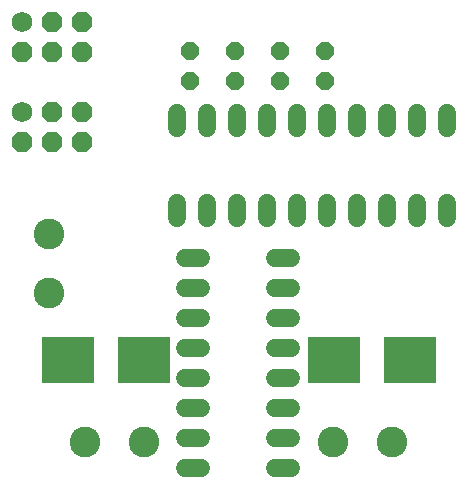
<source format=gts>
G75*
G70*
%OFA0B0*%
%FSLAX24Y24*%
%IPPOS*%
%LPD*%
%AMOC8*
5,1,8,0,0,1.08239X$1,22.5*
%
%ADD10C,0.1025*%
%ADD11C,0.0600*%
%ADD12C,0.0680*%
%ADD13OC8,0.0680*%
%ADD14R,0.1749X0.1580*%
%ADD15OC8,0.0600*%
D10*
X003912Y001957D03*
X005881Y001957D03*
X002727Y006918D03*
X002727Y008887D03*
X012195Y001958D03*
X014163Y001958D03*
D11*
X010782Y002079D02*
X010262Y002079D01*
X010262Y001079D02*
X010782Y001079D01*
X010782Y003079D02*
X010262Y003079D01*
X010262Y004079D02*
X010782Y004079D01*
X010782Y005079D02*
X010262Y005079D01*
X010262Y006079D02*
X010782Y006079D01*
X010782Y007079D02*
X010262Y007079D01*
X010262Y008079D02*
X010782Y008079D01*
X010983Y009412D02*
X010983Y009932D01*
X009983Y009932D02*
X009983Y009412D01*
X008983Y009412D02*
X008983Y009932D01*
X007983Y009932D02*
X007983Y009412D01*
X006983Y009412D02*
X006983Y009932D01*
X007262Y008079D02*
X007782Y008079D01*
X007782Y007079D02*
X007262Y007079D01*
X007262Y006079D02*
X007782Y006079D01*
X007782Y005079D02*
X007262Y005079D01*
X007262Y004079D02*
X007782Y004079D01*
X007782Y003079D02*
X007262Y003079D01*
X007262Y002079D02*
X007782Y002079D01*
X007782Y001079D02*
X007262Y001079D01*
X011983Y009412D02*
X011983Y009932D01*
X012983Y009932D02*
X012983Y009412D01*
X013983Y009412D02*
X013983Y009932D01*
X014983Y009932D02*
X014983Y009412D01*
X015983Y009412D02*
X015983Y009932D01*
X015983Y012412D02*
X015983Y012932D01*
X014983Y012932D02*
X014983Y012412D01*
X013983Y012412D02*
X013983Y012932D01*
X012983Y012932D02*
X012983Y012412D01*
X011983Y012412D02*
X011983Y012932D01*
X010983Y012932D02*
X010983Y012412D01*
X009983Y012412D02*
X009983Y012932D01*
X008983Y012932D02*
X008983Y012412D01*
X007983Y012412D02*
X007983Y012932D01*
X006983Y012932D02*
X006983Y012412D01*
D12*
X001823Y012952D03*
X001823Y015952D03*
D13*
X001823Y014952D03*
X002823Y014952D03*
X002823Y015952D03*
X003823Y015952D03*
X003823Y014952D03*
X003823Y012952D03*
X002823Y012952D03*
X002823Y011952D03*
X003823Y011952D03*
X001823Y011952D03*
D14*
X003361Y004692D03*
X005873Y004692D03*
X012233Y004692D03*
X014745Y004692D03*
D15*
X011923Y013982D03*
X011923Y014982D03*
X010423Y014982D03*
X010423Y013982D03*
X008923Y013982D03*
X008923Y014982D03*
X007423Y014982D03*
X007423Y013982D03*
M02*

</source>
